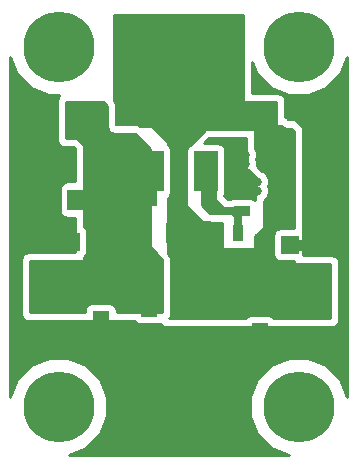
<source format=gbr>
G04 #@! TF.GenerationSoftware,KiCad,Pcbnew,(2017-02-05 revision 431abcf)-makepkg*
G04 #@! TF.CreationDate,2017-03-02T10:01:43+01:00*
G04 #@! TF.ProjectId,LINREG01A,4C494E5245473031412E6B696361645F,rev?*
G04 #@! TF.FileFunction,Copper,L2,Bot,Signal*
G04 #@! TF.FilePolarity,Positive*
%FSLAX46Y46*%
G04 Gerber Fmt 4.6, Leading zero omitted, Abs format (unit mm)*
G04 Created by KiCad (PCBNEW (2017-02-05 revision 431abcf)-makepkg) date 03/02/17 10:01:43*
%MOMM*%
%LPD*%
G01*
G04 APERTURE LIST*
%ADD10C,0.500000*%
%ADD11C,6.000000*%
%ADD12R,1.950720X2.499360*%
%ADD13R,2.550160X2.499360*%
%ADD14R,0.889000X1.397000*%
%ADD15R,1.397000X0.889000*%
%ADD16R,2.499360X1.800860*%
%ADD17R,1.524000X1.524000*%
%ADD18R,10.800000X9.400000*%
%ADD19R,1.390000X4.600000*%
%ADD20R,3.657600X2.032000*%
%ADD21R,1.016000X2.032000*%
%ADD22R,7.000000X7.000000*%
%ADD23R,2.000000X3.500000*%
%ADD24C,0.800000*%
%ADD25C,0.250000*%
%ADD26C,0.900000*%
%ADD27C,0.700000*%
%ADD28C,0.254000*%
G04 APERTURE END LIST*
D10*
D11*
X5080000Y5080000D03*
X5080000Y35560000D03*
X25400000Y5080000D03*
X25400000Y35560000D03*
D12*
X3784600Y29210000D03*
X6883400Y29210000D03*
D13*
X2301240Y29210000D03*
X7350760Y29210000D03*
D14*
X7810500Y25908000D03*
X5905500Y25908000D03*
D15*
X8636000Y14668500D03*
X8636000Y12763500D03*
X22098000Y11747500D03*
X22098000Y13652500D03*
D14*
X24828500Y29972000D03*
X22923500Y29972000D03*
D12*
X23850600Y22860000D03*
X26949400Y22860000D03*
D13*
X23129240Y26670000D03*
X28178760Y26670000D03*
D16*
X3081020Y22606000D03*
X7078980Y22606000D03*
X11463020Y19812000D03*
X15460980Y19812000D03*
D17*
X3556000Y19050000D03*
X6096000Y19050000D03*
X3556000Y16510000D03*
X6096000Y16510000D03*
X3556000Y13970000D03*
X6096000Y13970000D03*
X3556000Y11430000D03*
X6096000Y11430000D03*
X27178000Y11176000D03*
X24638000Y11176000D03*
X27178000Y13716000D03*
X24638000Y13716000D03*
X27178000Y16256000D03*
X24638000Y16256000D03*
X27178000Y18796000D03*
X24638000Y18796000D03*
D14*
X20256500Y19812000D03*
X18351500Y19812000D03*
D15*
X20574000Y21653500D03*
X20574000Y23558500D03*
D18*
X15240000Y5834000D03*
D19*
X17780000Y14994000D03*
X12700000Y14994000D03*
D20*
X14986000Y32258000D03*
D21*
X14986000Y25654000D03*
X12700000Y25654000D03*
X17272000Y25654000D03*
D19*
X17780000Y24376000D03*
X12700000Y24376000D03*
D18*
X15240000Y33536000D03*
D22*
X15230000Y32402000D03*
D23*
X12950000Y25002000D03*
X17530000Y25002000D03*
D24*
X10922000Y10922000D03*
X20574000Y9652000D03*
X20574000Y8636000D03*
X19558000Y8636000D03*
X19558000Y9652000D03*
X18542000Y9652000D03*
X18542000Y8636000D03*
X17526000Y8636000D03*
X17526000Y9652000D03*
X16510000Y9652000D03*
X16510000Y8636000D03*
X15494000Y8636000D03*
X15494000Y9652000D03*
X14478000Y9652000D03*
X14478000Y8636000D03*
X13462000Y8636000D03*
X13462000Y9652000D03*
X12446000Y9652000D03*
X12446000Y8636000D03*
X11430000Y8636000D03*
X11430000Y9652000D03*
X10414000Y9652000D03*
X10414000Y8636000D03*
X10414000Y2540000D03*
X10414000Y3556000D03*
X10414000Y4572000D03*
X10414000Y5588000D03*
X10414000Y6604000D03*
X10414000Y7620000D03*
X11430000Y7620000D03*
X11430000Y6604000D03*
X11430000Y5588000D03*
X11430000Y4572000D03*
X11430000Y3556000D03*
X11430000Y2540000D03*
X12446000Y2540000D03*
X12446000Y3556000D03*
X12446000Y4572000D03*
X12446000Y5588000D03*
X12446000Y6604000D03*
X12446000Y7620000D03*
X13462000Y7620000D03*
X13462000Y6604000D03*
X13462000Y5588000D03*
X13462000Y4572000D03*
X13462000Y3556000D03*
X13462000Y2540000D03*
X14478000Y2540000D03*
X14478000Y3556000D03*
X14478000Y4572000D03*
X14478000Y5588000D03*
X14478000Y6604000D03*
X14478000Y7620000D03*
X15494000Y2540000D03*
X15494000Y3556000D03*
X15494000Y4572000D03*
X15494000Y5588000D03*
X15494000Y6604000D03*
X15494000Y7620000D03*
X16510000Y7620000D03*
X16510000Y6604000D03*
X16510000Y5588000D03*
X16510000Y4572000D03*
X16510000Y3556000D03*
X16510000Y2540000D03*
X17526000Y7620000D03*
X17526000Y6604000D03*
X17526000Y5588000D03*
X17526000Y4572000D03*
X17526000Y3556000D03*
X17526000Y2540000D03*
X18542000Y2540000D03*
X18542000Y3556000D03*
X18542000Y4572000D03*
X18542000Y5588000D03*
X18542000Y6604000D03*
X18542000Y7620000D03*
X19558000Y7620000D03*
X19558000Y6604000D03*
X19558000Y5588000D03*
X19558000Y4572000D03*
X19558000Y3556000D03*
X19558000Y2540000D03*
X20574000Y7620000D03*
X20574000Y6604000D03*
X20574000Y5588000D03*
X20574000Y4572000D03*
X20574000Y3556000D03*
X20574000Y2540000D03*
X20574000Y1524000D03*
X19558000Y1524000D03*
X18542000Y1524000D03*
X17526000Y1524000D03*
X16510000Y1524000D03*
X15494000Y1524000D03*
X14478000Y1524000D03*
X13462000Y1524000D03*
X12446000Y1524000D03*
X11430000Y1524000D03*
X10414000Y1524000D03*
X1778000Y31750000D03*
X3048000Y26416000D03*
X3048000Y24892000D03*
X3048000Y20828000D03*
X8128000Y10414000D03*
X7112000Y9652000D03*
X6096000Y9652000D03*
X4826000Y9652000D03*
X3556000Y9652000D03*
X27178000Y9652000D03*
X25908000Y9652000D03*
X24638000Y9652000D03*
X27940000Y29210000D03*
X27940000Y30226000D03*
X26670000Y30226000D03*
X26670000Y29210000D03*
X28956000Y24384000D03*
X28956000Y22606000D03*
X28956000Y20828000D03*
X27686000Y20828000D03*
X26416000Y20828000D03*
X21844000Y23368000D03*
X21844000Y24130000D03*
X20828000Y24892000D03*
X20828000Y25654000D03*
X20828000Y26416000D03*
X20574000Y27432000D03*
X19812000Y27432000D03*
X19812000Y26416000D03*
X19812000Y25654000D03*
X19812000Y24638000D03*
X19558000Y29464000D03*
X19558000Y30480000D03*
X19558000Y31496000D03*
X18542000Y31496000D03*
X18542000Y30480000D03*
X18542000Y29464000D03*
X17526000Y29464000D03*
X16510000Y29464000D03*
X15494000Y29464000D03*
X15494000Y30480000D03*
X16510000Y30480000D03*
X17526000Y30480000D03*
X17526000Y31496000D03*
X16510000Y31496000D03*
X15494000Y31496000D03*
X14478000Y29464000D03*
X14478000Y30480000D03*
X14478000Y31496000D03*
X13462000Y31496000D03*
X13462000Y30480000D03*
X13462000Y29464000D03*
X12446000Y29464000D03*
X12446000Y30480000D03*
X12446000Y31496000D03*
X11430000Y31496000D03*
X11430000Y30480000D03*
X11430000Y29464000D03*
X10414000Y29464000D03*
X10414000Y30480000D03*
X10414000Y31496000D03*
X10414000Y32512000D03*
X11430000Y32512000D03*
X12446000Y32512000D03*
X13462000Y32512000D03*
X14478000Y32512000D03*
X15494000Y32512000D03*
X16510000Y32512000D03*
X17526000Y32512000D03*
X18542000Y32512000D03*
X19558000Y32512000D03*
X19558000Y33528000D03*
X18542000Y33528000D03*
X17526000Y33528000D03*
X16510000Y33528000D03*
X15494000Y33528000D03*
X14478000Y33528000D03*
X13462000Y33528000D03*
X12446000Y33528000D03*
X11430000Y33528000D03*
X10414000Y33528000D03*
X19558000Y34544000D03*
X18542000Y34544000D03*
X17526000Y34544000D03*
X16510000Y34544000D03*
X15494000Y34544000D03*
X14478000Y34544000D03*
X13462000Y34544000D03*
X12446000Y34544000D03*
X11430000Y34544000D03*
X10414000Y34544000D03*
X19558000Y35560000D03*
X18542000Y35560000D03*
X17526000Y35560000D03*
X16510000Y35560000D03*
X15494000Y35560000D03*
X14478000Y35560000D03*
X13462000Y35560000D03*
X12446000Y35560000D03*
X11430000Y35560000D03*
X10414000Y35560000D03*
X10414000Y36576000D03*
X11430000Y36576000D03*
X12446000Y36576000D03*
X13462000Y36576000D03*
X14478000Y36576000D03*
X15494000Y36576000D03*
X16510000Y36576000D03*
X17526000Y36576000D03*
X18542000Y36576000D03*
X19558000Y36576000D03*
X19558000Y37592000D03*
X18542000Y37592000D03*
X17526000Y37592000D03*
X16510000Y37592000D03*
X15494000Y37592000D03*
X14478000Y37592000D03*
X13462000Y37592000D03*
X12446000Y37592000D03*
X11430000Y37592000D03*
X10414000Y37592000D03*
D10*
X7810500Y25908000D02*
X7810500Y23337520D01*
X7810500Y23337520D02*
X7078980Y22606000D01*
D25*
X10731500Y10922000D02*
X10922000Y10922000D01*
X8890000Y12763500D02*
X10731500Y10922000D01*
D10*
X10102315Y11176000D02*
X10356315Y10922000D01*
D25*
X8636000Y12763500D02*
X8890000Y12763500D01*
D10*
X8128000Y10414000D02*
X8890000Y11176000D01*
X10356315Y10922000D02*
X10922000Y10922000D01*
X8890000Y11176000D02*
X10102315Y11176000D01*
X8128000Y10922000D02*
X8382000Y11176000D01*
X8382000Y11176000D02*
X10102315Y11176000D01*
X2301240Y29210000D02*
X2301240Y31226760D01*
X2301240Y31226760D02*
X1778000Y31750000D01*
X3048000Y20828000D02*
X3048000Y24892000D01*
X6096000Y9652000D02*
X7112000Y9652000D01*
X3556000Y9652000D02*
X4826000Y9652000D01*
X25908000Y9652000D02*
X27178000Y9652000D01*
X24638000Y11176000D02*
X24638000Y9652000D01*
X26670000Y30226000D02*
X27940000Y30226000D01*
X28178760Y26670000D02*
X28178760Y27701240D01*
X28178760Y27701240D02*
X26670000Y29210000D01*
X28956000Y22606000D02*
X28956000Y24384000D01*
X27686000Y20828000D02*
X28956000Y20828000D01*
X27178000Y18796000D02*
X27178000Y20066000D01*
X27178000Y20066000D02*
X26416000Y20828000D01*
D26*
X27178000Y18796000D02*
X24638000Y18796000D01*
D27*
X20828000Y24892000D02*
X21082000Y24892000D01*
X21082000Y24892000D02*
X21844000Y24130000D01*
X20828000Y26416000D02*
X20828000Y25654000D01*
X19812000Y27432000D02*
X20574000Y27432000D01*
X19812000Y25654000D02*
X19812000Y26416000D01*
X20574000Y23558500D02*
X20574000Y23876000D01*
X20574000Y23876000D02*
X19812000Y24638000D01*
D25*
X13790000Y37592000D02*
X10979685Y37592000D01*
X10979685Y37592000D02*
X10414000Y37592000D01*
X15230000Y36152000D02*
X13790000Y37592000D01*
X15230000Y32402000D02*
X15230000Y36152000D01*
D10*
X15230000Y32402000D02*
X15230000Y33526000D01*
D27*
X20574000Y21653500D02*
X19050000Y21653500D01*
X20256500Y19812000D02*
X20256500Y21210500D01*
X19050000Y21653500D02*
X17970500Y21653500D01*
X20256500Y21210500D02*
X19813500Y21653500D01*
X19813500Y21653500D02*
X19050000Y21653500D01*
X18986500Y21653500D02*
X17780000Y22860000D01*
X17780000Y22860000D02*
X17780000Y24376000D01*
X20574000Y21653500D02*
X18986500Y21653500D01*
X17530000Y25002000D02*
X17530000Y22552000D01*
X17530000Y22552000D02*
X17984000Y22098000D01*
X20256500Y19812000D02*
X20256500Y21336000D01*
X20256500Y21336000D02*
X20574000Y21653500D01*
X17970500Y21653500D02*
X17530000Y22094000D01*
X17530000Y22094000D02*
X17530000Y25002000D01*
D28*
G36*
X1579259Y33225296D02*
X2739190Y32063340D01*
X4255487Y31433718D01*
X5136272Y31432949D01*
X5001336Y31231004D01*
X4953000Y30988000D01*
X4953000Y27686000D01*
X5001336Y27442996D01*
X5138987Y27236987D01*
X5344996Y27099336D01*
X5588000Y27051000D01*
X6340974Y27051000D01*
X6477000Y26914974D01*
X6477000Y24153870D01*
X5829300Y24153870D01*
X5581535Y24104587D01*
X5371491Y23964239D01*
X5231143Y23754195D01*
X5181860Y23506430D01*
X5181860Y21705570D01*
X5231143Y21457805D01*
X5371491Y21247761D01*
X5581535Y21107413D01*
X5829300Y21058130D01*
X6477000Y21058130D01*
X6477000Y18161000D01*
X2540000Y18161000D01*
X2296996Y18112664D01*
X2090987Y17975013D01*
X1953336Y17769004D01*
X1905000Y17526000D01*
X1905000Y12954000D01*
X1953336Y12710996D01*
X2090987Y12504987D01*
X2296996Y12367336D01*
X2540000Y12319000D01*
X11491859Y12319000D01*
X11547191Y12236191D01*
X11757235Y12095843D01*
X12005000Y12046560D01*
X13395000Y12046560D01*
X13642765Y12095843D01*
X13688510Y12126409D01*
X13774987Y11996987D01*
X13980996Y11859336D01*
X14224000Y11811000D01*
X28194000Y11811000D01*
X28437004Y11859336D01*
X28643013Y11996987D01*
X28780664Y12202996D01*
X28829000Y12446000D01*
X28829000Y17272000D01*
X28780664Y17515004D01*
X28643013Y17721013D01*
X28437004Y17858664D01*
X28194000Y17907000D01*
X25781000Y17907000D01*
X25781000Y28448000D01*
X25732664Y28691004D01*
X25595013Y28897013D01*
X25087013Y29405013D01*
X24881004Y29542664D01*
X24638000Y29591000D01*
X24257000Y29591000D01*
X24257000Y30988000D01*
X24208664Y31231004D01*
X24071013Y31437013D01*
X23865004Y31574664D01*
X23622000Y31623000D01*
X21463000Y31623000D01*
X21463000Y34281124D01*
X21899259Y33225296D01*
X23059190Y32063340D01*
X24575487Y31433718D01*
X26217310Y31432285D01*
X27734704Y32059259D01*
X28896660Y33219190D01*
X29516000Y34710725D01*
X29516000Y5925662D01*
X28900741Y7414704D01*
X27740810Y8576660D01*
X26224513Y9206282D01*
X24582690Y9207715D01*
X23065296Y8580741D01*
X21903340Y7420810D01*
X21273718Y5904513D01*
X21272285Y4262690D01*
X21899259Y2745296D01*
X23059190Y1583340D01*
X24550725Y964000D01*
X5925662Y964000D01*
X7414704Y1579259D01*
X8576660Y2739190D01*
X9206282Y4255487D01*
X9207715Y5897310D01*
X8580741Y7414704D01*
X7420810Y8576660D01*
X5904513Y9206282D01*
X4262690Y9207715D01*
X2745296Y8580741D01*
X1583340Y7420810D01*
X964000Y5929275D01*
X964000Y34714338D01*
X1579259Y33225296D01*
X1579259Y33225296D01*
G37*
X1579259Y33225296D02*
X2739190Y32063340D01*
X4255487Y31433718D01*
X5136272Y31432949D01*
X5001336Y31231004D01*
X4953000Y30988000D01*
X4953000Y27686000D01*
X5001336Y27442996D01*
X5138987Y27236987D01*
X5344996Y27099336D01*
X5588000Y27051000D01*
X6340974Y27051000D01*
X6477000Y26914974D01*
X6477000Y24153870D01*
X5829300Y24153870D01*
X5581535Y24104587D01*
X5371491Y23964239D01*
X5231143Y23754195D01*
X5181860Y23506430D01*
X5181860Y21705570D01*
X5231143Y21457805D01*
X5371491Y21247761D01*
X5581535Y21107413D01*
X5829300Y21058130D01*
X6477000Y21058130D01*
X6477000Y18161000D01*
X2540000Y18161000D01*
X2296996Y18112664D01*
X2090987Y17975013D01*
X1953336Y17769004D01*
X1905000Y17526000D01*
X1905000Y12954000D01*
X1953336Y12710996D01*
X2090987Y12504987D01*
X2296996Y12367336D01*
X2540000Y12319000D01*
X11491859Y12319000D01*
X11547191Y12236191D01*
X11757235Y12095843D01*
X12005000Y12046560D01*
X13395000Y12046560D01*
X13642765Y12095843D01*
X13688510Y12126409D01*
X13774987Y11996987D01*
X13980996Y11859336D01*
X14224000Y11811000D01*
X28194000Y11811000D01*
X28437004Y11859336D01*
X28643013Y11996987D01*
X28780664Y12202996D01*
X28829000Y12446000D01*
X28829000Y17272000D01*
X28780664Y17515004D01*
X28643013Y17721013D01*
X28437004Y17858664D01*
X28194000Y17907000D01*
X25781000Y17907000D01*
X25781000Y28448000D01*
X25732664Y28691004D01*
X25595013Y28897013D01*
X25087013Y29405013D01*
X24881004Y29542664D01*
X24638000Y29591000D01*
X24257000Y29591000D01*
X24257000Y30988000D01*
X24208664Y31231004D01*
X24071013Y31437013D01*
X23865004Y31574664D01*
X23622000Y31623000D01*
X21463000Y31623000D01*
X21463000Y34281124D01*
X21899259Y33225296D01*
X23059190Y32063340D01*
X24575487Y31433718D01*
X26217310Y31432285D01*
X27734704Y32059259D01*
X28896660Y33219190D01*
X29516000Y34710725D01*
X29516000Y5925662D01*
X28900741Y7414704D01*
X27740810Y8576660D01*
X26224513Y9206282D01*
X24582690Y9207715D01*
X23065296Y8580741D01*
X21903340Y7420810D01*
X21273718Y5904513D01*
X21272285Y4262690D01*
X21899259Y2745296D01*
X23059190Y1583340D01*
X24550725Y964000D01*
X5925662Y964000D01*
X7414704Y1579259D01*
X8576660Y2739190D01*
X9206282Y4255487D01*
X9207715Y5897310D01*
X8580741Y7414704D01*
X7420810Y8576660D01*
X5904513Y9206282D01*
X4262690Y9207715D01*
X2745296Y8580741D01*
X1583340Y7420810D01*
X964000Y5929275D01*
X964000Y34714338D01*
X1579259Y33225296D01*
G36*
X20955000Y25146000D02*
X21003336Y24902996D01*
X21140987Y24696987D01*
X21717000Y24120974D01*
X21717000Y22564702D01*
X21520265Y22696157D01*
X21272500Y22745440D01*
X19875500Y22745440D01*
X19627735Y22696157D01*
X19541446Y22638500D01*
X19394500Y22638500D01*
X19122440Y22910560D01*
X19122440Y22995679D01*
X19128157Y23004235D01*
X19177440Y23252000D01*
X19177440Y26752000D01*
X19128157Y26999765D01*
X18987809Y27209809D01*
X18777765Y27350157D01*
X18530000Y27399440D01*
X17375466Y27399440D01*
X17789026Y27813000D01*
X20955000Y27813000D01*
X20955000Y25146000D01*
X20955000Y25146000D01*
G37*
X20955000Y25146000D02*
X21003336Y24902996D01*
X21140987Y24696987D01*
X21717000Y24120974D01*
X21717000Y22564702D01*
X21520265Y22696157D01*
X21272500Y22745440D01*
X19875500Y22745440D01*
X19627735Y22696157D01*
X19541446Y22638500D01*
X19394500Y22638500D01*
X19122440Y22910560D01*
X19122440Y22995679D01*
X19128157Y23004235D01*
X19177440Y23252000D01*
X19177440Y26752000D01*
X19128157Y26999765D01*
X18987809Y27209809D01*
X18777765Y27350157D01*
X18530000Y27399440D01*
X17375466Y27399440D01*
X17789026Y27813000D01*
X20955000Y27813000D01*
X20955000Y25146000D01*
G36*
X9192560Y30505834D02*
X9192560Y28836000D01*
X9241843Y28588235D01*
X9382191Y28378191D01*
X9592235Y28237843D01*
X9840000Y28188560D01*
X11509834Y28188560D01*
X12827000Y26871394D01*
X12827000Y18796000D01*
X12836667Y18747399D01*
X12854830Y18716664D01*
X13843000Y17481452D01*
X13843000Y13081000D01*
X9981940Y13081000D01*
X9981940Y13208000D01*
X9932657Y13455765D01*
X9792309Y13665809D01*
X9582265Y13806157D01*
X9334500Y13855440D01*
X7937500Y13855440D01*
X7689735Y13806157D01*
X7479691Y13665809D01*
X7339343Y13455765D01*
X7290060Y13208000D01*
X7290060Y13081000D01*
X2667000Y13081000D01*
X2667000Y17399000D01*
X7112000Y17399000D01*
X7160601Y17408667D01*
X7201803Y17436197D01*
X7229333Y17477399D01*
X7239000Y17526000D01*
X7239000Y17778868D01*
X7315809Y17830191D01*
X7456157Y18040235D01*
X7505440Y18288000D01*
X7505440Y19812000D01*
X7456157Y20059765D01*
X7315809Y20269809D01*
X7239000Y20321132D01*
X7239000Y27178000D01*
X7229333Y27226601D01*
X7201803Y27267803D01*
X6693803Y27775803D01*
X6652601Y27803333D01*
X6604000Y27813000D01*
X5715000Y27813000D01*
X5715000Y30861000D01*
X8837394Y30861000D01*
X9192560Y30505834D01*
X9192560Y30505834D01*
G37*
X9192560Y30505834D02*
X9192560Y28836000D01*
X9241843Y28588235D01*
X9382191Y28378191D01*
X9592235Y28237843D01*
X9840000Y28188560D01*
X11509834Y28188560D01*
X12827000Y26871394D01*
X12827000Y18796000D01*
X12836667Y18747399D01*
X12854830Y18716664D01*
X13843000Y17481452D01*
X13843000Y13081000D01*
X9981940Y13081000D01*
X9981940Y13208000D01*
X9932657Y13455765D01*
X9792309Y13665809D01*
X9582265Y13806157D01*
X9334500Y13855440D01*
X7937500Y13855440D01*
X7689735Y13806157D01*
X7479691Y13665809D01*
X7339343Y13455765D01*
X7290060Y13208000D01*
X7290060Y13081000D01*
X2667000Y13081000D01*
X2667000Y17399000D01*
X7112000Y17399000D01*
X7160601Y17408667D01*
X7201803Y17436197D01*
X7229333Y17477399D01*
X7239000Y17526000D01*
X7239000Y17778868D01*
X7315809Y17830191D01*
X7456157Y18040235D01*
X7505440Y18288000D01*
X7505440Y19812000D01*
X7456157Y20059765D01*
X7315809Y20269809D01*
X7239000Y20321132D01*
X7239000Y27178000D01*
X7229333Y27226601D01*
X7201803Y27267803D01*
X6693803Y27775803D01*
X6652601Y27803333D01*
X6604000Y27813000D01*
X5715000Y27813000D01*
X5715000Y30861000D01*
X8837394Y30861000D01*
X9192560Y30505834D01*
G36*
X20701000Y30988000D02*
X20710667Y30939399D01*
X20738197Y30898197D01*
X20779399Y30870667D01*
X20828000Y30861000D01*
X23495000Y30861000D01*
X23495000Y28956000D01*
X23504667Y28907399D01*
X23532197Y28866197D01*
X23573399Y28838667D01*
X23622000Y28829000D01*
X23917298Y28829000D01*
X23926191Y28815691D01*
X24136235Y28675343D01*
X24384000Y28626060D01*
X24788334Y28626060D01*
X25019000Y28395394D01*
X25019000Y20205440D01*
X23876000Y20205440D01*
X23628235Y20156157D01*
X23418191Y20015809D01*
X23277843Y19805765D01*
X23228560Y19558000D01*
X23228560Y18034000D01*
X23277843Y17786235D01*
X23418191Y17576191D01*
X23628235Y17435843D01*
X23876000Y17386560D01*
X25019000Y17386560D01*
X25019000Y17272000D01*
X25028667Y17223399D01*
X25056197Y17182197D01*
X25097399Y17154667D01*
X25146000Y17145000D01*
X28067000Y17145000D01*
X28067000Y12573000D01*
X28002541Y12573000D01*
X27940000Y12585440D01*
X26416000Y12585440D01*
X26353459Y12573000D01*
X25462541Y12573000D01*
X25400000Y12585440D01*
X23876000Y12585440D01*
X23813459Y12573000D01*
X23305632Y12573000D01*
X23254309Y12649809D01*
X23044265Y12790157D01*
X22796500Y12839440D01*
X21399500Y12839440D01*
X21151735Y12790157D01*
X20941691Y12649809D01*
X20890368Y12573000D01*
X14464458Y12573000D01*
X14556664Y12710996D01*
X14605000Y12954000D01*
X14605000Y17526000D01*
X14579911Y17702732D01*
X14465852Y17922681D01*
X14351000Y18066246D01*
X14351000Y22756232D01*
X14407809Y22794191D01*
X14548157Y23004235D01*
X14597440Y23252000D01*
X14597440Y26752000D01*
X14563228Y26924000D01*
X15875000Y26924000D01*
X15875000Y22098000D01*
X15884667Y22049399D01*
X15912197Y22008197D01*
X17182197Y20738197D01*
X17223399Y20710667D01*
X17272000Y20701000D01*
X17807112Y20701000D01*
X17970500Y20668500D01*
X18923000Y20668500D01*
X18923000Y18542000D01*
X18932667Y18493399D01*
X18960197Y18452197D01*
X19001399Y18424667D01*
X19050000Y18415000D01*
X21590000Y18415000D01*
X21638601Y18424667D01*
X21679803Y18452197D01*
X21707333Y18493399D01*
X21717000Y18542000D01*
X21717000Y19505394D01*
X22441803Y20230197D01*
X22469333Y20271399D01*
X22479000Y20320000D01*
X22479000Y22539457D01*
X22720919Y22780954D01*
X22878820Y23161223D01*
X22879179Y23572971D01*
X22806461Y23748963D01*
X22878820Y23923223D01*
X22879179Y24334971D01*
X22721942Y24715515D01*
X22431046Y25006919D01*
X22309690Y25057310D01*
X21862870Y25504130D01*
X21863179Y25858971D01*
X21813000Y25980414D01*
X21813000Y26089243D01*
X21862820Y26209223D01*
X21863179Y26620971D01*
X21717000Y26974752D01*
X21717000Y28448000D01*
X21707333Y28496601D01*
X21679803Y28537803D01*
X21638601Y28565333D01*
X21590000Y28575000D01*
X17526000Y28575000D01*
X17477399Y28565333D01*
X17436197Y28537803D01*
X16180721Y27282327D01*
X16072191Y27209809D01*
X15999673Y27101279D01*
X15912197Y27013803D01*
X15884667Y26972601D01*
X15875000Y26924000D01*
X14563228Y26924000D01*
X14548157Y26999765D01*
X14407809Y27209809D01*
X14351000Y27247768D01*
X14351000Y27432000D01*
X14341333Y27480601D01*
X14313803Y27521803D01*
X13043803Y28791803D01*
X13002601Y28819333D01*
X12954000Y28829000D01*
X11947026Y28829000D01*
X9779000Y30997026D01*
X9779000Y38227000D01*
X20701000Y38227000D01*
X20701000Y30988000D01*
X20701000Y30988000D01*
G37*
X20701000Y30988000D02*
X20710667Y30939399D01*
X20738197Y30898197D01*
X20779399Y30870667D01*
X20828000Y30861000D01*
X23495000Y30861000D01*
X23495000Y28956000D01*
X23504667Y28907399D01*
X23532197Y28866197D01*
X23573399Y28838667D01*
X23622000Y28829000D01*
X23917298Y28829000D01*
X23926191Y28815691D01*
X24136235Y28675343D01*
X24384000Y28626060D01*
X24788334Y28626060D01*
X25019000Y28395394D01*
X25019000Y20205440D01*
X23876000Y20205440D01*
X23628235Y20156157D01*
X23418191Y20015809D01*
X23277843Y19805765D01*
X23228560Y19558000D01*
X23228560Y18034000D01*
X23277843Y17786235D01*
X23418191Y17576191D01*
X23628235Y17435843D01*
X23876000Y17386560D01*
X25019000Y17386560D01*
X25019000Y17272000D01*
X25028667Y17223399D01*
X25056197Y17182197D01*
X25097399Y17154667D01*
X25146000Y17145000D01*
X28067000Y17145000D01*
X28067000Y12573000D01*
X28002541Y12573000D01*
X27940000Y12585440D01*
X26416000Y12585440D01*
X26353459Y12573000D01*
X25462541Y12573000D01*
X25400000Y12585440D01*
X23876000Y12585440D01*
X23813459Y12573000D01*
X23305632Y12573000D01*
X23254309Y12649809D01*
X23044265Y12790157D01*
X22796500Y12839440D01*
X21399500Y12839440D01*
X21151735Y12790157D01*
X20941691Y12649809D01*
X20890368Y12573000D01*
X14464458Y12573000D01*
X14556664Y12710996D01*
X14605000Y12954000D01*
X14605000Y17526000D01*
X14579911Y17702732D01*
X14465852Y17922681D01*
X14351000Y18066246D01*
X14351000Y22756232D01*
X14407809Y22794191D01*
X14548157Y23004235D01*
X14597440Y23252000D01*
X14597440Y26752000D01*
X14563228Y26924000D01*
X15875000Y26924000D01*
X15875000Y22098000D01*
X15884667Y22049399D01*
X15912197Y22008197D01*
X17182197Y20738197D01*
X17223399Y20710667D01*
X17272000Y20701000D01*
X17807112Y20701000D01*
X17970500Y20668500D01*
X18923000Y20668500D01*
X18923000Y18542000D01*
X18932667Y18493399D01*
X18960197Y18452197D01*
X19001399Y18424667D01*
X19050000Y18415000D01*
X21590000Y18415000D01*
X21638601Y18424667D01*
X21679803Y18452197D01*
X21707333Y18493399D01*
X21717000Y18542000D01*
X21717000Y19505394D01*
X22441803Y20230197D01*
X22469333Y20271399D01*
X22479000Y20320000D01*
X22479000Y22539457D01*
X22720919Y22780954D01*
X22878820Y23161223D01*
X22879179Y23572971D01*
X22806461Y23748963D01*
X22878820Y23923223D01*
X22879179Y24334971D01*
X22721942Y24715515D01*
X22431046Y25006919D01*
X22309690Y25057310D01*
X21862870Y25504130D01*
X21863179Y25858971D01*
X21813000Y25980414D01*
X21813000Y26089243D01*
X21862820Y26209223D01*
X21863179Y26620971D01*
X21717000Y26974752D01*
X21717000Y28448000D01*
X21707333Y28496601D01*
X21679803Y28537803D01*
X21638601Y28565333D01*
X21590000Y28575000D01*
X17526000Y28575000D01*
X17477399Y28565333D01*
X17436197Y28537803D01*
X16180721Y27282327D01*
X16072191Y27209809D01*
X15999673Y27101279D01*
X15912197Y27013803D01*
X15884667Y26972601D01*
X15875000Y26924000D01*
X14563228Y26924000D01*
X14548157Y26999765D01*
X14407809Y27209809D01*
X14351000Y27247768D01*
X14351000Y27432000D01*
X14341333Y27480601D01*
X14313803Y27521803D01*
X13043803Y28791803D01*
X13002601Y28819333D01*
X12954000Y28829000D01*
X11947026Y28829000D01*
X9779000Y30997026D01*
X9779000Y38227000D01*
X20701000Y38227000D01*
X20701000Y30988000D01*
M02*

</source>
